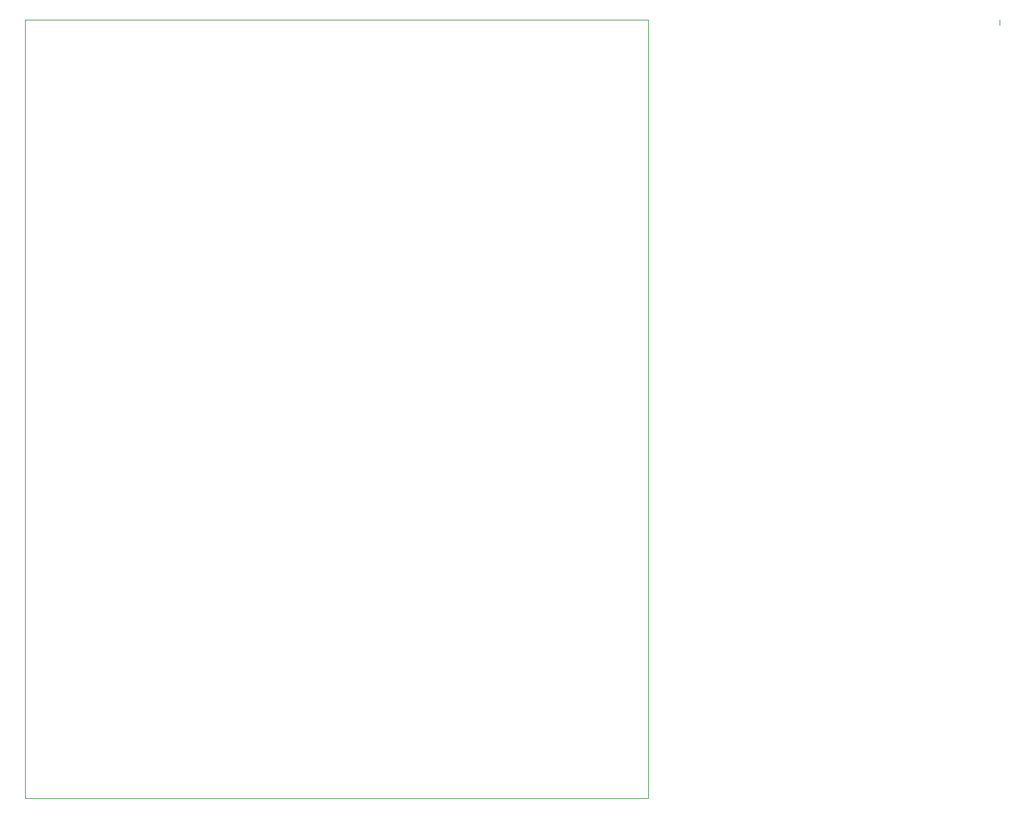
<source format=gbr>
%TF.GenerationSoftware,KiCad,Pcbnew,(6.0.7)*%
%TF.CreationDate,2022-08-23T09:40:05-03:00*%
%TF.ProjectId,reflow-oven-v0.4,7265666c-6f77-42d6-9f76-656e2d76302e,rev?*%
%TF.SameCoordinates,Original*%
%TF.FileFunction,Profile,NP*%
%FSLAX46Y46*%
G04 Gerber Fmt 4.6, Leading zero omitted, Abs format (unit mm)*
G04 Created by KiCad (PCBNEW (6.0.7)) date 2022-08-23 09:40:05*
%MOMM*%
%LPD*%
G01*
G04 APERTURE LIST*
%TA.AperFunction,Profile*%
%ADD10C,0.100000*%
%TD*%
G04 APERTURE END LIST*
D10*
X130556000Y-46329600D02*
X130556000Y-146304000D01*
X50546000Y-146304000D02*
X50546000Y-141300000D01*
X175700000Y-46304000D02*
X175700000Y-47000000D01*
X50546000Y-46304000D02*
X50546000Y-146304000D01*
X130556000Y-46329600D02*
X50546000Y-46304000D01*
X50546000Y-146304000D02*
X130556000Y-146304000D01*
X50546000Y-46304000D02*
X50546000Y-51400000D01*
M02*

</source>
